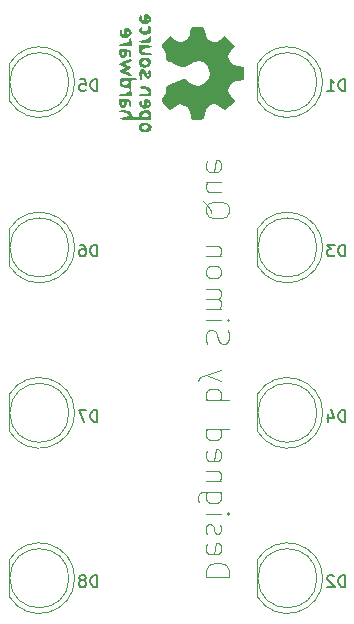
<source format=gbo>
G04 #@! TF.GenerationSoftware,KiCad,Pcbnew,8.0.5*
G04 #@! TF.CreationDate,2025-02-13T10:20:18+08:00*
G04 #@! TF.ProjectId,arduino_solar_bikelight_1,61726475-696e-46f5-9f73-6f6c61725f62,rev?*
G04 #@! TF.SameCoordinates,Original*
G04 #@! TF.FileFunction,Legend,Bot*
G04 #@! TF.FilePolarity,Positive*
%FSLAX46Y46*%
G04 Gerber Fmt 4.6, Leading zero omitted, Abs format (unit mm)*
G04 Created by KiCad (PCBNEW 8.0.5) date 2025-02-13 10:20:18*
%MOMM*%
%LPD*%
G01*
G04 APERTURE LIST*
G04 Aperture macros list*
%AMRoundRect*
0 Rectangle with rounded corners*
0 $1 Rounding radius*
0 $2 $3 $4 $5 $6 $7 $8 $9 X,Y pos of 4 corners*
0 Add a 4 corners polygon primitive as box body*
4,1,4,$2,$3,$4,$5,$6,$7,$8,$9,$2,$3,0*
0 Add four circle primitives for the rounded corners*
1,1,$1+$1,$2,$3*
1,1,$1+$1,$4,$5*
1,1,$1+$1,$6,$7*
1,1,$1+$1,$8,$9*
0 Add four rect primitives between the rounded corners*
20,1,$1+$1,$2,$3,$4,$5,0*
20,1,$1+$1,$4,$5,$6,$7,0*
20,1,$1+$1,$6,$7,$8,$9,0*
20,1,$1+$1,$8,$9,$2,$3,0*%
G04 Aperture macros list end*
%ADD10C,0.100000*%
%ADD11C,0.150000*%
%ADD12C,0.120000*%
%ADD13C,0.000000*%
%ADD14C,1.500000*%
%ADD15C,3.200000*%
%ADD16R,1.600000X1.600000*%
%ADD17O,1.600000X1.600000*%
%ADD18C,1.200000*%
%ADD19RoundRect,0.250000X-0.750000X0.600000X-0.750000X-0.600000X0.750000X-0.600000X0.750000X0.600000X0*%
%ADD20O,2.000000X1.700000*%
%ADD21C,1.800000*%
%ADD22O,1.700000X2.900000*%
%ADD23R,1.700000X1.700000*%
%ADD24O,1.700000X1.700000*%
%ADD25R,1.800000X1.800000*%
G04 APERTURE END LIST*
D10*
X165794961Y-107953020D02*
X167794961Y-107953020D01*
X167794961Y-107953020D02*
X167794961Y-107476830D01*
X167794961Y-107476830D02*
X167699723Y-107191115D01*
X167699723Y-107191115D02*
X167509247Y-107000639D01*
X167509247Y-107000639D02*
X167318771Y-106905401D01*
X167318771Y-106905401D02*
X166937819Y-106810163D01*
X166937819Y-106810163D02*
X166652104Y-106810163D01*
X166652104Y-106810163D02*
X166271152Y-106905401D01*
X166271152Y-106905401D02*
X166080676Y-107000639D01*
X166080676Y-107000639D02*
X165890200Y-107191115D01*
X165890200Y-107191115D02*
X165794961Y-107476830D01*
X165794961Y-107476830D02*
X165794961Y-107953020D01*
X165890200Y-105191115D02*
X165794961Y-105381591D01*
X165794961Y-105381591D02*
X165794961Y-105762544D01*
X165794961Y-105762544D02*
X165890200Y-105953020D01*
X165890200Y-105953020D02*
X166080676Y-106048258D01*
X166080676Y-106048258D02*
X166842580Y-106048258D01*
X166842580Y-106048258D02*
X167033057Y-105953020D01*
X167033057Y-105953020D02*
X167128295Y-105762544D01*
X167128295Y-105762544D02*
X167128295Y-105381591D01*
X167128295Y-105381591D02*
X167033057Y-105191115D01*
X167033057Y-105191115D02*
X166842580Y-105095877D01*
X166842580Y-105095877D02*
X166652104Y-105095877D01*
X166652104Y-105095877D02*
X166461628Y-106048258D01*
X165890200Y-104333972D02*
X165794961Y-104143496D01*
X165794961Y-104143496D02*
X165794961Y-103762544D01*
X165794961Y-103762544D02*
X165890200Y-103572067D01*
X165890200Y-103572067D02*
X166080676Y-103476829D01*
X166080676Y-103476829D02*
X166175914Y-103476829D01*
X166175914Y-103476829D02*
X166366390Y-103572067D01*
X166366390Y-103572067D02*
X166461628Y-103762544D01*
X166461628Y-103762544D02*
X166461628Y-104048258D01*
X166461628Y-104048258D02*
X166556866Y-104238734D01*
X166556866Y-104238734D02*
X166747342Y-104333972D01*
X166747342Y-104333972D02*
X166842580Y-104333972D01*
X166842580Y-104333972D02*
X167033057Y-104238734D01*
X167033057Y-104238734D02*
X167128295Y-104048258D01*
X167128295Y-104048258D02*
X167128295Y-103762544D01*
X167128295Y-103762544D02*
X167033057Y-103572067D01*
X165794961Y-102619686D02*
X167128295Y-102619686D01*
X167794961Y-102619686D02*
X167699723Y-102714924D01*
X167699723Y-102714924D02*
X167604485Y-102619686D01*
X167604485Y-102619686D02*
X167699723Y-102524448D01*
X167699723Y-102524448D02*
X167794961Y-102619686D01*
X167794961Y-102619686D02*
X167604485Y-102619686D01*
X167128295Y-100810162D02*
X165509247Y-100810162D01*
X165509247Y-100810162D02*
X165318771Y-100905400D01*
X165318771Y-100905400D02*
X165223533Y-101000638D01*
X165223533Y-101000638D02*
X165128295Y-101191115D01*
X165128295Y-101191115D02*
X165128295Y-101476829D01*
X165128295Y-101476829D02*
X165223533Y-101667305D01*
X165890200Y-100810162D02*
X165794961Y-101000638D01*
X165794961Y-101000638D02*
X165794961Y-101381591D01*
X165794961Y-101381591D02*
X165890200Y-101572067D01*
X165890200Y-101572067D02*
X165985438Y-101667305D01*
X165985438Y-101667305D02*
X166175914Y-101762543D01*
X166175914Y-101762543D02*
X166747342Y-101762543D01*
X166747342Y-101762543D02*
X166937819Y-101667305D01*
X166937819Y-101667305D02*
X167033057Y-101572067D01*
X167033057Y-101572067D02*
X167128295Y-101381591D01*
X167128295Y-101381591D02*
X167128295Y-101000638D01*
X167128295Y-101000638D02*
X167033057Y-100810162D01*
X167128295Y-99857781D02*
X165794961Y-99857781D01*
X166937819Y-99857781D02*
X167033057Y-99762543D01*
X167033057Y-99762543D02*
X167128295Y-99572067D01*
X167128295Y-99572067D02*
X167128295Y-99286352D01*
X167128295Y-99286352D02*
X167033057Y-99095876D01*
X167033057Y-99095876D02*
X166842580Y-99000638D01*
X166842580Y-99000638D02*
X165794961Y-99000638D01*
X165890200Y-97286352D02*
X165794961Y-97476828D01*
X165794961Y-97476828D02*
X165794961Y-97857781D01*
X165794961Y-97857781D02*
X165890200Y-98048257D01*
X165890200Y-98048257D02*
X166080676Y-98143495D01*
X166080676Y-98143495D02*
X166842580Y-98143495D01*
X166842580Y-98143495D02*
X167033057Y-98048257D01*
X167033057Y-98048257D02*
X167128295Y-97857781D01*
X167128295Y-97857781D02*
X167128295Y-97476828D01*
X167128295Y-97476828D02*
X167033057Y-97286352D01*
X167033057Y-97286352D02*
X166842580Y-97191114D01*
X166842580Y-97191114D02*
X166652104Y-97191114D01*
X166652104Y-97191114D02*
X166461628Y-98143495D01*
X165794961Y-95476828D02*
X167794961Y-95476828D01*
X165890200Y-95476828D02*
X165794961Y-95667304D01*
X165794961Y-95667304D02*
X165794961Y-96048257D01*
X165794961Y-96048257D02*
X165890200Y-96238733D01*
X165890200Y-96238733D02*
X165985438Y-96333971D01*
X165985438Y-96333971D02*
X166175914Y-96429209D01*
X166175914Y-96429209D02*
X166747342Y-96429209D01*
X166747342Y-96429209D02*
X166937819Y-96333971D01*
X166937819Y-96333971D02*
X167033057Y-96238733D01*
X167033057Y-96238733D02*
X167128295Y-96048257D01*
X167128295Y-96048257D02*
X167128295Y-95667304D01*
X167128295Y-95667304D02*
X167033057Y-95476828D01*
X165794961Y-93000637D02*
X167794961Y-93000637D01*
X167033057Y-93000637D02*
X167128295Y-92810161D01*
X167128295Y-92810161D02*
X167128295Y-92429208D01*
X167128295Y-92429208D02*
X167033057Y-92238732D01*
X167033057Y-92238732D02*
X166937819Y-92143494D01*
X166937819Y-92143494D02*
X166747342Y-92048256D01*
X166747342Y-92048256D02*
X166175914Y-92048256D01*
X166175914Y-92048256D02*
X165985438Y-92143494D01*
X165985438Y-92143494D02*
X165890200Y-92238732D01*
X165890200Y-92238732D02*
X165794961Y-92429208D01*
X165794961Y-92429208D02*
X165794961Y-92810161D01*
X165794961Y-92810161D02*
X165890200Y-93000637D01*
X167128295Y-91381589D02*
X165794961Y-90905399D01*
X167128295Y-90429208D02*
X165794961Y-90905399D01*
X165794961Y-90905399D02*
X165318771Y-91095875D01*
X165318771Y-91095875D02*
X165223533Y-91191113D01*
X165223533Y-91191113D02*
X165128295Y-91381589D01*
X165890200Y-88238731D02*
X165794961Y-87953017D01*
X165794961Y-87953017D02*
X165794961Y-87476826D01*
X165794961Y-87476826D02*
X165890200Y-87286350D01*
X165890200Y-87286350D02*
X165985438Y-87191112D01*
X165985438Y-87191112D02*
X166175914Y-87095874D01*
X166175914Y-87095874D02*
X166366390Y-87095874D01*
X166366390Y-87095874D02*
X166556866Y-87191112D01*
X166556866Y-87191112D02*
X166652104Y-87286350D01*
X166652104Y-87286350D02*
X166747342Y-87476826D01*
X166747342Y-87476826D02*
X166842580Y-87857779D01*
X166842580Y-87857779D02*
X166937819Y-88048255D01*
X166937819Y-88048255D02*
X167033057Y-88143493D01*
X167033057Y-88143493D02*
X167223533Y-88238731D01*
X167223533Y-88238731D02*
X167414009Y-88238731D01*
X167414009Y-88238731D02*
X167604485Y-88143493D01*
X167604485Y-88143493D02*
X167699723Y-88048255D01*
X167699723Y-88048255D02*
X167794961Y-87857779D01*
X167794961Y-87857779D02*
X167794961Y-87381588D01*
X167794961Y-87381588D02*
X167699723Y-87095874D01*
X165794961Y-86238731D02*
X167128295Y-86238731D01*
X167794961Y-86238731D02*
X167699723Y-86333969D01*
X167699723Y-86333969D02*
X167604485Y-86238731D01*
X167604485Y-86238731D02*
X167699723Y-86143493D01*
X167699723Y-86143493D02*
X167794961Y-86238731D01*
X167794961Y-86238731D02*
X167604485Y-86238731D01*
X165794961Y-85286350D02*
X167128295Y-85286350D01*
X166937819Y-85286350D02*
X167033057Y-85191112D01*
X167033057Y-85191112D02*
X167128295Y-85000636D01*
X167128295Y-85000636D02*
X167128295Y-84714921D01*
X167128295Y-84714921D02*
X167033057Y-84524445D01*
X167033057Y-84524445D02*
X166842580Y-84429207D01*
X166842580Y-84429207D02*
X165794961Y-84429207D01*
X166842580Y-84429207D02*
X167033057Y-84333969D01*
X167033057Y-84333969D02*
X167128295Y-84143493D01*
X167128295Y-84143493D02*
X167128295Y-83857779D01*
X167128295Y-83857779D02*
X167033057Y-83667302D01*
X167033057Y-83667302D02*
X166842580Y-83572064D01*
X166842580Y-83572064D02*
X165794961Y-83572064D01*
X165794961Y-82333969D02*
X165890200Y-82524445D01*
X165890200Y-82524445D02*
X165985438Y-82619683D01*
X165985438Y-82619683D02*
X166175914Y-82714921D01*
X166175914Y-82714921D02*
X166747342Y-82714921D01*
X166747342Y-82714921D02*
X166937819Y-82619683D01*
X166937819Y-82619683D02*
X167033057Y-82524445D01*
X167033057Y-82524445D02*
X167128295Y-82333969D01*
X167128295Y-82333969D02*
X167128295Y-82048254D01*
X167128295Y-82048254D02*
X167033057Y-81857778D01*
X167033057Y-81857778D02*
X166937819Y-81762540D01*
X166937819Y-81762540D02*
X166747342Y-81667302D01*
X166747342Y-81667302D02*
X166175914Y-81667302D01*
X166175914Y-81667302D02*
X165985438Y-81762540D01*
X165985438Y-81762540D02*
X165890200Y-81857778D01*
X165890200Y-81857778D02*
X165794961Y-82048254D01*
X165794961Y-82048254D02*
X165794961Y-82333969D01*
X167128295Y-80810159D02*
X165794961Y-80810159D01*
X166937819Y-80810159D02*
X167033057Y-80714921D01*
X167033057Y-80714921D02*
X167128295Y-80524445D01*
X167128295Y-80524445D02*
X167128295Y-80238730D01*
X167128295Y-80238730D02*
X167033057Y-80048254D01*
X167033057Y-80048254D02*
X166842580Y-79953016D01*
X166842580Y-79953016D02*
X165794961Y-79953016D01*
X165604485Y-76143492D02*
X165699723Y-76333968D01*
X165699723Y-76333968D02*
X165890200Y-76524444D01*
X165890200Y-76524444D02*
X166175914Y-76810158D01*
X166175914Y-76810158D02*
X166271152Y-77000635D01*
X166271152Y-77000635D02*
X166271152Y-77191111D01*
X165794961Y-77095873D02*
X165890200Y-77286349D01*
X165890200Y-77286349D02*
X166080676Y-77476825D01*
X166080676Y-77476825D02*
X166461628Y-77572063D01*
X166461628Y-77572063D02*
X167128295Y-77572063D01*
X167128295Y-77572063D02*
X167509247Y-77476825D01*
X167509247Y-77476825D02*
X167699723Y-77286349D01*
X167699723Y-77286349D02*
X167794961Y-77095873D01*
X167794961Y-77095873D02*
X167794961Y-76714920D01*
X167794961Y-76714920D02*
X167699723Y-76524444D01*
X167699723Y-76524444D02*
X167509247Y-76333968D01*
X167509247Y-76333968D02*
X167128295Y-76238730D01*
X167128295Y-76238730D02*
X166461628Y-76238730D01*
X166461628Y-76238730D02*
X166080676Y-76333968D01*
X166080676Y-76333968D02*
X165890200Y-76524444D01*
X165890200Y-76524444D02*
X165794961Y-76714920D01*
X165794961Y-76714920D02*
X165794961Y-77095873D01*
X167128295Y-74524444D02*
X165794961Y-74524444D01*
X167128295Y-75381587D02*
X166080676Y-75381587D01*
X166080676Y-75381587D02*
X165890200Y-75286349D01*
X165890200Y-75286349D02*
X165794961Y-75095873D01*
X165794961Y-75095873D02*
X165794961Y-74810158D01*
X165794961Y-74810158D02*
X165890200Y-74619682D01*
X165890200Y-74619682D02*
X165985438Y-74524444D01*
X165890200Y-72810158D02*
X165794961Y-73000634D01*
X165794961Y-73000634D02*
X165794961Y-73381587D01*
X165794961Y-73381587D02*
X165890200Y-73572063D01*
X165890200Y-73572063D02*
X166080676Y-73667301D01*
X166080676Y-73667301D02*
X166842580Y-73667301D01*
X166842580Y-73667301D02*
X167033057Y-73572063D01*
X167033057Y-73572063D02*
X167128295Y-73381587D01*
X167128295Y-73381587D02*
X167128295Y-73000634D01*
X167128295Y-73000634D02*
X167033057Y-72810158D01*
X167033057Y-72810158D02*
X166842580Y-72714920D01*
X166842580Y-72714920D02*
X166652104Y-72714920D01*
X166652104Y-72714920D02*
X166461628Y-73667301D01*
D11*
X156608094Y-94849819D02*
X156608094Y-93849819D01*
X156608094Y-93849819D02*
X156369999Y-93849819D01*
X156369999Y-93849819D02*
X156227142Y-93897438D01*
X156227142Y-93897438D02*
X156131904Y-93992676D01*
X156131904Y-93992676D02*
X156084285Y-94087914D01*
X156084285Y-94087914D02*
X156036666Y-94278390D01*
X156036666Y-94278390D02*
X156036666Y-94421247D01*
X156036666Y-94421247D02*
X156084285Y-94611723D01*
X156084285Y-94611723D02*
X156131904Y-94706961D01*
X156131904Y-94706961D02*
X156227142Y-94802200D01*
X156227142Y-94802200D02*
X156369999Y-94849819D01*
X156369999Y-94849819D02*
X156608094Y-94849819D01*
X155703332Y-93849819D02*
X155036666Y-93849819D01*
X155036666Y-93849819D02*
X155465237Y-94849819D01*
X177608094Y-94849819D02*
X177608094Y-93849819D01*
X177608094Y-93849819D02*
X177369999Y-93849819D01*
X177369999Y-93849819D02*
X177227142Y-93897438D01*
X177227142Y-93897438D02*
X177131904Y-93992676D01*
X177131904Y-93992676D02*
X177084285Y-94087914D01*
X177084285Y-94087914D02*
X177036666Y-94278390D01*
X177036666Y-94278390D02*
X177036666Y-94421247D01*
X177036666Y-94421247D02*
X177084285Y-94611723D01*
X177084285Y-94611723D02*
X177131904Y-94706961D01*
X177131904Y-94706961D02*
X177227142Y-94802200D01*
X177227142Y-94802200D02*
X177369999Y-94849819D01*
X177369999Y-94849819D02*
X177608094Y-94849819D01*
X176179523Y-94183152D02*
X176179523Y-94849819D01*
X176417618Y-93802200D02*
X176655713Y-94516485D01*
X176655713Y-94516485D02*
X176036666Y-94516485D01*
X177608094Y-108849819D02*
X177608094Y-107849819D01*
X177608094Y-107849819D02*
X177369999Y-107849819D01*
X177369999Y-107849819D02*
X177227142Y-107897438D01*
X177227142Y-107897438D02*
X177131904Y-107992676D01*
X177131904Y-107992676D02*
X177084285Y-108087914D01*
X177084285Y-108087914D02*
X177036666Y-108278390D01*
X177036666Y-108278390D02*
X177036666Y-108421247D01*
X177036666Y-108421247D02*
X177084285Y-108611723D01*
X177084285Y-108611723D02*
X177131904Y-108706961D01*
X177131904Y-108706961D02*
X177227142Y-108802200D01*
X177227142Y-108802200D02*
X177369999Y-108849819D01*
X177369999Y-108849819D02*
X177608094Y-108849819D01*
X176655713Y-107945057D02*
X176608094Y-107897438D01*
X176608094Y-107897438D02*
X176512856Y-107849819D01*
X176512856Y-107849819D02*
X176274761Y-107849819D01*
X176274761Y-107849819D02*
X176179523Y-107897438D01*
X176179523Y-107897438D02*
X176131904Y-107945057D01*
X176131904Y-107945057D02*
X176084285Y-108040295D01*
X176084285Y-108040295D02*
X176084285Y-108135533D01*
X176084285Y-108135533D02*
X176131904Y-108278390D01*
X176131904Y-108278390D02*
X176703332Y-108849819D01*
X176703332Y-108849819D02*
X176084285Y-108849819D01*
X156608094Y-80849819D02*
X156608094Y-79849819D01*
X156608094Y-79849819D02*
X156369999Y-79849819D01*
X156369999Y-79849819D02*
X156227142Y-79897438D01*
X156227142Y-79897438D02*
X156131904Y-79992676D01*
X156131904Y-79992676D02*
X156084285Y-80087914D01*
X156084285Y-80087914D02*
X156036666Y-80278390D01*
X156036666Y-80278390D02*
X156036666Y-80421247D01*
X156036666Y-80421247D02*
X156084285Y-80611723D01*
X156084285Y-80611723D02*
X156131904Y-80706961D01*
X156131904Y-80706961D02*
X156227142Y-80802200D01*
X156227142Y-80802200D02*
X156369999Y-80849819D01*
X156369999Y-80849819D02*
X156608094Y-80849819D01*
X155179523Y-79849819D02*
X155369999Y-79849819D01*
X155369999Y-79849819D02*
X155465237Y-79897438D01*
X155465237Y-79897438D02*
X155512856Y-79945057D01*
X155512856Y-79945057D02*
X155608094Y-80087914D01*
X155608094Y-80087914D02*
X155655713Y-80278390D01*
X155655713Y-80278390D02*
X155655713Y-80659342D01*
X155655713Y-80659342D02*
X155608094Y-80754580D01*
X155608094Y-80754580D02*
X155560475Y-80802200D01*
X155560475Y-80802200D02*
X155465237Y-80849819D01*
X155465237Y-80849819D02*
X155274761Y-80849819D01*
X155274761Y-80849819D02*
X155179523Y-80802200D01*
X155179523Y-80802200D02*
X155131904Y-80754580D01*
X155131904Y-80754580D02*
X155084285Y-80659342D01*
X155084285Y-80659342D02*
X155084285Y-80421247D01*
X155084285Y-80421247D02*
X155131904Y-80326009D01*
X155131904Y-80326009D02*
X155179523Y-80278390D01*
X155179523Y-80278390D02*
X155274761Y-80230771D01*
X155274761Y-80230771D02*
X155465237Y-80230771D01*
X155465237Y-80230771D02*
X155560475Y-80278390D01*
X155560475Y-80278390D02*
X155608094Y-80326009D01*
X155608094Y-80326009D02*
X155655713Y-80421247D01*
X156608094Y-108849819D02*
X156608094Y-107849819D01*
X156608094Y-107849819D02*
X156369999Y-107849819D01*
X156369999Y-107849819D02*
X156227142Y-107897438D01*
X156227142Y-107897438D02*
X156131904Y-107992676D01*
X156131904Y-107992676D02*
X156084285Y-108087914D01*
X156084285Y-108087914D02*
X156036666Y-108278390D01*
X156036666Y-108278390D02*
X156036666Y-108421247D01*
X156036666Y-108421247D02*
X156084285Y-108611723D01*
X156084285Y-108611723D02*
X156131904Y-108706961D01*
X156131904Y-108706961D02*
X156227142Y-108802200D01*
X156227142Y-108802200D02*
X156369999Y-108849819D01*
X156369999Y-108849819D02*
X156608094Y-108849819D01*
X155465237Y-108278390D02*
X155560475Y-108230771D01*
X155560475Y-108230771D02*
X155608094Y-108183152D01*
X155608094Y-108183152D02*
X155655713Y-108087914D01*
X155655713Y-108087914D02*
X155655713Y-108040295D01*
X155655713Y-108040295D02*
X155608094Y-107945057D01*
X155608094Y-107945057D02*
X155560475Y-107897438D01*
X155560475Y-107897438D02*
X155465237Y-107849819D01*
X155465237Y-107849819D02*
X155274761Y-107849819D01*
X155274761Y-107849819D02*
X155179523Y-107897438D01*
X155179523Y-107897438D02*
X155131904Y-107945057D01*
X155131904Y-107945057D02*
X155084285Y-108040295D01*
X155084285Y-108040295D02*
X155084285Y-108087914D01*
X155084285Y-108087914D02*
X155131904Y-108183152D01*
X155131904Y-108183152D02*
X155179523Y-108230771D01*
X155179523Y-108230771D02*
X155274761Y-108278390D01*
X155274761Y-108278390D02*
X155465237Y-108278390D01*
X155465237Y-108278390D02*
X155560475Y-108326009D01*
X155560475Y-108326009D02*
X155608094Y-108373628D01*
X155608094Y-108373628D02*
X155655713Y-108468866D01*
X155655713Y-108468866D02*
X155655713Y-108659342D01*
X155655713Y-108659342D02*
X155608094Y-108754580D01*
X155608094Y-108754580D02*
X155560475Y-108802200D01*
X155560475Y-108802200D02*
X155465237Y-108849819D01*
X155465237Y-108849819D02*
X155274761Y-108849819D01*
X155274761Y-108849819D02*
X155179523Y-108802200D01*
X155179523Y-108802200D02*
X155131904Y-108754580D01*
X155131904Y-108754580D02*
X155084285Y-108659342D01*
X155084285Y-108659342D02*
X155084285Y-108468866D01*
X155084285Y-108468866D02*
X155131904Y-108373628D01*
X155131904Y-108373628D02*
X155179523Y-108326009D01*
X155179523Y-108326009D02*
X155274761Y-108278390D01*
X177608094Y-66849819D02*
X177608094Y-65849819D01*
X177608094Y-65849819D02*
X177369999Y-65849819D01*
X177369999Y-65849819D02*
X177227142Y-65897438D01*
X177227142Y-65897438D02*
X177131904Y-65992676D01*
X177131904Y-65992676D02*
X177084285Y-66087914D01*
X177084285Y-66087914D02*
X177036666Y-66278390D01*
X177036666Y-66278390D02*
X177036666Y-66421247D01*
X177036666Y-66421247D02*
X177084285Y-66611723D01*
X177084285Y-66611723D02*
X177131904Y-66706961D01*
X177131904Y-66706961D02*
X177227142Y-66802200D01*
X177227142Y-66802200D02*
X177369999Y-66849819D01*
X177369999Y-66849819D02*
X177608094Y-66849819D01*
X176084285Y-66849819D02*
X176655713Y-66849819D01*
X176369999Y-66849819D02*
X176369999Y-65849819D01*
X176369999Y-65849819D02*
X176465237Y-65992676D01*
X176465237Y-65992676D02*
X176560475Y-66087914D01*
X176560475Y-66087914D02*
X176655713Y-66135533D01*
X177608094Y-80849819D02*
X177608094Y-79849819D01*
X177608094Y-79849819D02*
X177369999Y-79849819D01*
X177369999Y-79849819D02*
X177227142Y-79897438D01*
X177227142Y-79897438D02*
X177131904Y-79992676D01*
X177131904Y-79992676D02*
X177084285Y-80087914D01*
X177084285Y-80087914D02*
X177036666Y-80278390D01*
X177036666Y-80278390D02*
X177036666Y-80421247D01*
X177036666Y-80421247D02*
X177084285Y-80611723D01*
X177084285Y-80611723D02*
X177131904Y-80706961D01*
X177131904Y-80706961D02*
X177227142Y-80802200D01*
X177227142Y-80802200D02*
X177369999Y-80849819D01*
X177369999Y-80849819D02*
X177608094Y-80849819D01*
X176703332Y-79849819D02*
X176084285Y-79849819D01*
X176084285Y-79849819D02*
X176417618Y-80230771D01*
X176417618Y-80230771D02*
X176274761Y-80230771D01*
X176274761Y-80230771D02*
X176179523Y-80278390D01*
X176179523Y-80278390D02*
X176131904Y-80326009D01*
X176131904Y-80326009D02*
X176084285Y-80421247D01*
X176084285Y-80421247D02*
X176084285Y-80659342D01*
X176084285Y-80659342D02*
X176131904Y-80754580D01*
X176131904Y-80754580D02*
X176179523Y-80802200D01*
X176179523Y-80802200D02*
X176274761Y-80849819D01*
X176274761Y-80849819D02*
X176560475Y-80849819D01*
X176560475Y-80849819D02*
X176655713Y-80802200D01*
X176655713Y-80802200D02*
X176703332Y-80754580D01*
X156608094Y-66849819D02*
X156608094Y-65849819D01*
X156608094Y-65849819D02*
X156369999Y-65849819D01*
X156369999Y-65849819D02*
X156227142Y-65897438D01*
X156227142Y-65897438D02*
X156131904Y-65992676D01*
X156131904Y-65992676D02*
X156084285Y-66087914D01*
X156084285Y-66087914D02*
X156036666Y-66278390D01*
X156036666Y-66278390D02*
X156036666Y-66421247D01*
X156036666Y-66421247D02*
X156084285Y-66611723D01*
X156084285Y-66611723D02*
X156131904Y-66706961D01*
X156131904Y-66706961D02*
X156227142Y-66802200D01*
X156227142Y-66802200D02*
X156369999Y-66849819D01*
X156369999Y-66849819D02*
X156608094Y-66849819D01*
X155131904Y-65849819D02*
X155608094Y-65849819D01*
X155608094Y-65849819D02*
X155655713Y-66326009D01*
X155655713Y-66326009D02*
X155608094Y-66278390D01*
X155608094Y-66278390D02*
X155512856Y-66230771D01*
X155512856Y-66230771D02*
X155274761Y-66230771D01*
X155274761Y-66230771D02*
X155179523Y-66278390D01*
X155179523Y-66278390D02*
X155131904Y-66326009D01*
X155131904Y-66326009D02*
X155084285Y-66421247D01*
X155084285Y-66421247D02*
X155084285Y-66659342D01*
X155084285Y-66659342D02*
X155131904Y-66754580D01*
X155131904Y-66754580D02*
X155179523Y-66802200D01*
X155179523Y-66802200D02*
X155274761Y-66849819D01*
X155274761Y-66849819D02*
X155512856Y-66849819D01*
X155512856Y-66849819D02*
X155608094Y-66802200D01*
X155608094Y-66802200D02*
X155655713Y-66754580D01*
D12*
X149155000Y-92550000D02*
X149155000Y-95640000D01*
X149155000Y-92550170D02*
G75*
G02*
X154705000Y-94095462I2560000J-1544830D01*
G01*
X154705000Y-94094538D02*
G75*
G02*
X149155000Y-95639830I-2990000J-462D01*
G01*
X154215000Y-94095000D02*
G75*
G02*
X149215000Y-94095000I-2500000J0D01*
G01*
X149215000Y-94095000D02*
G75*
G02*
X154215000Y-94095000I2500000J0D01*
G01*
X170155000Y-92550000D02*
X170155000Y-95640000D01*
X170155000Y-92550170D02*
G75*
G02*
X175705000Y-94095462I2560000J-1544830D01*
G01*
X175705000Y-94094538D02*
G75*
G02*
X170155000Y-95639830I-2990000J-462D01*
G01*
X175215000Y-94095000D02*
G75*
G02*
X170215000Y-94095000I-2500000J0D01*
G01*
X170215000Y-94095000D02*
G75*
G02*
X175215000Y-94095000I2500000J0D01*
G01*
X170155000Y-106550000D02*
X170155000Y-109640000D01*
X170155000Y-106550170D02*
G75*
G02*
X175705000Y-108095462I2560000J-1544830D01*
G01*
X175705000Y-108094538D02*
G75*
G02*
X170155000Y-109639830I-2990000J-462D01*
G01*
X175215000Y-108095000D02*
G75*
G02*
X170215000Y-108095000I-2500000J0D01*
G01*
X170215000Y-108095000D02*
G75*
G02*
X175215000Y-108095000I2500000J0D01*
G01*
X149155000Y-78550000D02*
X149155000Y-81640000D01*
X149155000Y-78550170D02*
G75*
G02*
X154705000Y-80095462I2560000J-1544830D01*
G01*
X154705000Y-80094538D02*
G75*
G02*
X149155000Y-81639830I-2990000J-462D01*
G01*
X154215000Y-80095000D02*
G75*
G02*
X149215000Y-80095000I-2500000J0D01*
G01*
X149215000Y-80095000D02*
G75*
G02*
X154215000Y-80095000I2500000J0D01*
G01*
X149155000Y-106550000D02*
X149155000Y-109640000D01*
X149155000Y-106550170D02*
G75*
G02*
X154705000Y-108095462I2560000J-1544830D01*
G01*
X154705000Y-108094538D02*
G75*
G02*
X149155000Y-109639830I-2990000J-462D01*
G01*
X154215000Y-108095000D02*
G75*
G02*
X149215000Y-108095000I-2500000J0D01*
G01*
X149215000Y-108095000D02*
G75*
G02*
X154215000Y-108095000I2500000J0D01*
G01*
X170155000Y-64550000D02*
X170155000Y-67640000D01*
X170155000Y-64550170D02*
G75*
G02*
X175705000Y-66095462I2560000J-1544830D01*
G01*
X175705000Y-66094538D02*
G75*
G02*
X170155000Y-67639830I-2990000J-462D01*
G01*
X175215000Y-66095000D02*
G75*
G02*
X170215000Y-66095000I-2500000J0D01*
G01*
X170215000Y-66095000D02*
G75*
G02*
X175215000Y-66095000I2500000J0D01*
G01*
D13*
G36*
X159504268Y-62461417D02*
G01*
X159529232Y-62701228D01*
X159529232Y-63076327D01*
X158993479Y-63076327D01*
X158813802Y-63068846D01*
X158560417Y-63012933D01*
X158491460Y-62926681D01*
X158613065Y-62839333D01*
X158931363Y-62780131D01*
X158945349Y-62778889D01*
X159219895Y-62715809D01*
X159318444Y-62601911D01*
X159325772Y-62544209D01*
X159423838Y-62391265D01*
X159438225Y-62385141D01*
X159504268Y-62461417D01*
G37*
G36*
X161165315Y-62206930D02*
G01*
X161192636Y-62437467D01*
X161183590Y-62586821D01*
X161130273Y-62706370D01*
X160978663Y-62752516D01*
X160672530Y-62760145D01*
X160520438Y-62755770D01*
X160258931Y-62714641D01*
X160170347Y-62648279D01*
X160265905Y-62579063D01*
X160556826Y-62529370D01*
X160564825Y-62528690D01*
X160852282Y-62465634D01*
X160952054Y-62347351D01*
X160962726Y-62283569D01*
X161076932Y-62156416D01*
X161165315Y-62206930D01*
G37*
G36*
X161092315Y-61311827D02*
G01*
X161188130Y-61482398D01*
X161171159Y-61763285D01*
X161151665Y-61822071D01*
X160969149Y-62027094D01*
X160687227Y-62102146D01*
X160375886Y-62024259D01*
X160229501Y-61899988D01*
X160181630Y-61643140D01*
X160229225Y-61477288D01*
X160319689Y-61402898D01*
X160373658Y-61450420D01*
X160390794Y-61624730D01*
X160383608Y-61698890D01*
X160443647Y-61792331D01*
X160654279Y-61793015D01*
X160736992Y-61780952D01*
X160901503Y-61701484D01*
X160926948Y-61521763D01*
X160933056Y-61372786D01*
X160999774Y-61284626D01*
X161092315Y-61311827D01*
G37*
G36*
X160878391Y-62978046D02*
G01*
X161120751Y-63016206D01*
X161215539Y-63076327D01*
X161154580Y-63144535D01*
X160960674Y-63181722D01*
X160737609Y-63197132D01*
X160468650Y-63290503D01*
X160372386Y-63456483D01*
X160374757Y-63478931D01*
X160491083Y-63573133D01*
X160793963Y-63603298D01*
X160888463Y-63605986D01*
X161122039Y-63642694D01*
X161215539Y-63708692D01*
X161125052Y-63767462D01*
X160902812Y-63803489D01*
X160627444Y-63813431D01*
X160377583Y-63794478D01*
X160231860Y-63743824D01*
X160227711Y-63739065D01*
X160180879Y-63582667D01*
X160161597Y-63322247D01*
X160161597Y-62970933D01*
X160688568Y-62970933D01*
X160878391Y-62978046D01*
G37*
G36*
X160913676Y-64066581D02*
G01*
X161151007Y-64262012D01*
X161203587Y-64443798D01*
X161117996Y-64651751D01*
X160908446Y-64806498D01*
X160706134Y-64855499D01*
X160623266Y-64875570D01*
X160310786Y-64826499D01*
X160206563Y-64697089D01*
X160163968Y-64464706D01*
X160389229Y-64464706D01*
X160468662Y-64597814D01*
X160706134Y-64657240D01*
X160826834Y-64622176D01*
X160899357Y-64439122D01*
X160851425Y-64277584D01*
X160670475Y-64254682D01*
X160473837Y-64325675D01*
X160389229Y-64464706D01*
X160163968Y-64464706D01*
X160161597Y-64451768D01*
X160163380Y-64381831D01*
X160226927Y-64169973D01*
X160416747Y-64070247D01*
X160554869Y-64042491D01*
X160913676Y-64066581D01*
G37*
G36*
X160817369Y-69573118D02*
G01*
X161094914Y-69680675D01*
X161214671Y-69869077D01*
X161151007Y-70111390D01*
X161084293Y-70196722D01*
X160808763Y-70333494D01*
X160615597Y-70318005D01*
X160410339Y-70301546D01*
X160290116Y-70261470D01*
X160185357Y-70142504D01*
X160182834Y-69980310D01*
X160397030Y-69980310D01*
X160516666Y-70094325D01*
X160615597Y-70118618D01*
X160817721Y-70060069D01*
X160899357Y-69860702D01*
X160860364Y-69764414D01*
X160670475Y-69735180D01*
X160625403Y-69743813D01*
X160442296Y-69842410D01*
X160397030Y-69980310D01*
X160182834Y-69980310D01*
X160181538Y-69896985D01*
X160187123Y-69842800D01*
X160233349Y-69650668D01*
X160356923Y-69572732D01*
X160624385Y-69558070D01*
X160817369Y-69573118D01*
G37*
G36*
X160686655Y-66458246D02*
G01*
X160933448Y-66501131D01*
X161085632Y-66580684D01*
X161155066Y-66738022D01*
X161190757Y-67002261D01*
X161185436Y-67125291D01*
X161134367Y-67238601D01*
X160982704Y-67283882D01*
X160675394Y-67292095D01*
X160497660Y-67285556D01*
X160256248Y-67247472D01*
X160161597Y-67186701D01*
X160163182Y-67176688D01*
X160276163Y-67109003D01*
X160512911Y-67081307D01*
X160533938Y-67081184D01*
X160789626Y-67059547D01*
X160933574Y-67011958D01*
X160964816Y-66949192D01*
X160897897Y-66817124D01*
X160712126Y-66706264D01*
X160464875Y-66659730D01*
X160252877Y-66629524D01*
X160161597Y-66554336D01*
X160223776Y-66491446D01*
X160423886Y-66454270D01*
X160686655Y-66458246D01*
G37*
G36*
X160532416Y-65020768D02*
G01*
X160716406Y-65175081D01*
X160793963Y-65414125D01*
X160815201Y-65523239D01*
X160903644Y-65550441D01*
X160954747Y-65475248D01*
X160949239Y-65280736D01*
X160932109Y-65160561D01*
X160991429Y-65078817D01*
X161088978Y-65105788D01*
X161187926Y-65276877D01*
X161169039Y-65565923D01*
X161075017Y-65734873D01*
X160891362Y-65809274D01*
X160707477Y-65738081D01*
X160602193Y-65526742D01*
X160558180Y-65379246D01*
X160462907Y-65289605D01*
X160400952Y-65342378D01*
X160376509Y-65526742D01*
X160386542Y-65799873D01*
X160352086Y-65900743D01*
X160266992Y-65816576D01*
X160205627Y-65682859D01*
X160165585Y-65407039D01*
X160206031Y-65153606D01*
X160321031Y-65011021D01*
X160532416Y-65020768D01*
G37*
G36*
X158975913Y-67523457D02*
G01*
X159182706Y-67539383D01*
X159386466Y-67584692D01*
X159475563Y-67690329D01*
X159509561Y-67898112D01*
X159511573Y-67921513D01*
X159498806Y-68148967D01*
X159430516Y-68240643D01*
X159356789Y-68175188D01*
X159318444Y-67977157D01*
X159292277Y-67803866D01*
X159213050Y-67713672D01*
X159145197Y-67773274D01*
X159107656Y-67965881D01*
X159069560Y-68143116D01*
X158896655Y-68294530D01*
X158791473Y-68288228D01*
X158633382Y-68278756D01*
X158521238Y-68146949D01*
X158476993Y-67865543D01*
X158686079Y-67865543D01*
X158694497Y-67930059D01*
X158791473Y-68082551D01*
X158856295Y-68076411D01*
X158896867Y-67930680D01*
X158876276Y-67802210D01*
X158791473Y-67713672D01*
X158745007Y-67729327D01*
X158686079Y-67865543D01*
X158476993Y-67865543D01*
X158475290Y-67854712D01*
X158475290Y-67491334D01*
X158975913Y-67523457D01*
G37*
G36*
X159273512Y-61533878D02*
G01*
X159470939Y-61688247D01*
X159527695Y-61929568D01*
X159419024Y-62186278D01*
X159373659Y-62229361D01*
X159139742Y-62318463D01*
X159124659Y-62324208D01*
X158829107Y-62317895D01*
X158597234Y-62207566D01*
X158523662Y-62071229D01*
X158498800Y-61860057D01*
X158537144Y-61678449D01*
X158633382Y-61613687D01*
X158686324Y-61657476D01*
X158705802Y-61827752D01*
X158706872Y-61937602D01*
X158784848Y-62022385D01*
X158859444Y-61953256D01*
X158866184Y-61916991D01*
X159107656Y-61916991D01*
X159108425Y-61967718D01*
X159139742Y-62095343D01*
X159234129Y-62043464D01*
X159306334Y-61933938D01*
X159234129Y-61790518D01*
X159208380Y-61766309D01*
X159128910Y-61749471D01*
X159107656Y-61916991D01*
X158866184Y-61916991D01*
X158896867Y-61751899D01*
X158902879Y-61636265D01*
X158976454Y-61518920D01*
X159186701Y-61514762D01*
X159273512Y-61533878D01*
G37*
G36*
X160850420Y-67509053D02*
G01*
X161079627Y-67622521D01*
X161197691Y-67827109D01*
X161182435Y-68054639D01*
X161011680Y-68236935D01*
X160899357Y-68286047D01*
X160873493Y-68297356D01*
X160542001Y-68335622D01*
X160283541Y-68215034D01*
X160209969Y-68078698D01*
X160185107Y-67867526D01*
X160223451Y-67685918D01*
X160319689Y-67621155D01*
X160371213Y-67660562D01*
X160393691Y-67825884D01*
X160393305Y-67930498D01*
X160472737Y-68079435D01*
X160473988Y-68080194D01*
X160553731Y-68041471D01*
X160577691Y-67865543D01*
X160793963Y-67865543D01*
X160806861Y-67944067D01*
X160899357Y-68029854D01*
X160924362Y-68027016D01*
X161004751Y-67930680D01*
X161000731Y-67901111D01*
X160899357Y-67766369D01*
X160845057Y-67756454D01*
X160793963Y-67865543D01*
X160577691Y-67865543D01*
X160583174Y-67825286D01*
X160584073Y-67772061D01*
X160632296Y-67562747D01*
X160772884Y-67502883D01*
X160850420Y-67509053D01*
G37*
G36*
X160832008Y-60358911D02*
G01*
X161081033Y-60484123D01*
X161200181Y-60700549D01*
X161151007Y-60942095D01*
X161089404Y-61022012D01*
X160826049Y-61157379D01*
X160814058Y-61163543D01*
X160416747Y-61133860D01*
X160375204Y-61122241D01*
X160206958Y-61005450D01*
X160161597Y-60761867D01*
X160190863Y-60531349D01*
X160266992Y-60388775D01*
X160338224Y-60411691D01*
X160372386Y-60587124D01*
X160396925Y-60770827D01*
X160477780Y-60915746D01*
X160483042Y-60918663D01*
X160555193Y-60866017D01*
X160569304Y-60757655D01*
X160793963Y-60757655D01*
X160794732Y-60808382D01*
X160826049Y-60936007D01*
X160920436Y-60884128D01*
X160992641Y-60774601D01*
X160920436Y-60631182D01*
X160894688Y-60606972D01*
X160815217Y-60590135D01*
X160793963Y-60757655D01*
X160569304Y-60757655D01*
X160583174Y-60651151D01*
X160589907Y-60497646D01*
X160650699Y-60365165D01*
X160809548Y-60355097D01*
X160832008Y-60358911D01*
G37*
G36*
X158975913Y-63307690D02*
G01*
X159061061Y-63313668D01*
X159331317Y-63352667D01*
X159462135Y-63434276D01*
X159511807Y-63589105D01*
X159509219Y-63766411D01*
X159432761Y-63952715D01*
X159417933Y-63966594D01*
X159341478Y-63969561D01*
X159318444Y-63782468D01*
X159290063Y-63588703D01*
X159213050Y-63497904D01*
X159145197Y-63557506D01*
X159107656Y-63750114D01*
X159107228Y-63769822D01*
X159021580Y-63994698D01*
X158835754Y-64088687D01*
X158791473Y-64073313D01*
X158620023Y-64013788D01*
X158521673Y-63849341D01*
X158486706Y-63649775D01*
X158686079Y-63649775D01*
X158694497Y-63714291D01*
X158791473Y-63866784D01*
X158856295Y-63860643D01*
X158896867Y-63714913D01*
X158876276Y-63586442D01*
X158791473Y-63497904D01*
X158745007Y-63513559D01*
X158686079Y-63649775D01*
X158486706Y-63649775D01*
X158475290Y-63584619D01*
X158479610Y-63442208D01*
X158527473Y-63329989D01*
X158674388Y-63295394D01*
X158975913Y-63307690D01*
G37*
G36*
X159504962Y-64176262D02*
G01*
X159516387Y-64281584D01*
X159396748Y-64394842D01*
X159206830Y-64446452D01*
X159139302Y-64450089D01*
X159012349Y-64510466D01*
X159058099Y-64609476D01*
X159265747Y-64700520D01*
X159326917Y-64717609D01*
X159504313Y-64818336D01*
X159474805Y-64936163D01*
X159239398Y-65057471D01*
X158949564Y-65159086D01*
X159239398Y-65274434D01*
X159441921Y-65385959D01*
X159529232Y-65497785D01*
X159529354Y-65523265D01*
X159518358Y-65582597D01*
X159452674Y-65591370D01*
X159283845Y-65544303D01*
X158963418Y-65436112D01*
X158687991Y-65317703D01*
X158528499Y-65181298D01*
X158554172Y-65066364D01*
X158773380Y-64992441D01*
X158807535Y-64986762D01*
X158979968Y-64912225D01*
X158955664Y-64812163D01*
X158738776Y-64719355D01*
X158564606Y-64652158D01*
X158475290Y-64559745D01*
X158484428Y-64539797D01*
X158621448Y-64448706D01*
X158865827Y-64339316D01*
X159143750Y-64239117D01*
X159381401Y-64175602D01*
X159504962Y-64176262D01*
G37*
G36*
X159593373Y-65724819D02*
G01*
X159853491Y-65762264D01*
X159950809Y-65816576D01*
X159898069Y-65882484D01*
X159712270Y-65921970D01*
X159681934Y-65922252D01*
X159567147Y-65943750D01*
X159509150Y-66033471D01*
X159493729Y-66238777D01*
X159506669Y-66607033D01*
X159539608Y-67292095D01*
X159007449Y-67292095D01*
X158812855Y-67284757D01*
X158570132Y-67246572D01*
X158475290Y-67186701D01*
X158554752Y-67113946D01*
X158765124Y-67079693D01*
X158934420Y-67069581D01*
X159197833Y-66970374D01*
X159349172Y-66738775D01*
X159369529Y-66648128D01*
X159299181Y-66572956D01*
X159082090Y-66555728D01*
X159064556Y-66554336D01*
X158749162Y-66506383D01*
X158557158Y-66330045D01*
X158532876Y-66190091D01*
X158710190Y-66190091D01*
X158835406Y-66302071D01*
X158859383Y-66310445D01*
X159082090Y-66323449D01*
X159252487Y-66244205D01*
X159292077Y-66106355D01*
X159210850Y-66024329D01*
X159002261Y-65974668D01*
X158922836Y-65981001D01*
X158749788Y-66062553D01*
X158710190Y-66190091D01*
X158532876Y-66190091D01*
X158500072Y-66001016D01*
X158501763Y-65913706D01*
X158529489Y-65797255D01*
X158628467Y-65737060D01*
X158845208Y-65714558D01*
X159226224Y-65711182D01*
X159593373Y-65724819D01*
G37*
G36*
X160927973Y-68482269D02*
G01*
X161126397Y-68662408D01*
X161190757Y-69004751D01*
X161189191Y-69294585D01*
X160657712Y-69294585D01*
X159832241Y-69294585D01*
X159323778Y-69288733D01*
X158867069Y-69268159D01*
X158576903Y-69234408D01*
X158475290Y-69189190D01*
X158477852Y-69176675D01*
X158596614Y-69110689D01*
X158837950Y-69083796D01*
X158996431Y-69073147D01*
X159219963Y-69001129D01*
X159298803Y-68886062D01*
X159200204Y-68757444D01*
X159035746Y-68697251D01*
X158765124Y-68663833D01*
X158566266Y-68633831D01*
X158475290Y-68556825D01*
X158527761Y-68498563D01*
X158720990Y-68458371D01*
X158983387Y-68459383D01*
X159236720Y-68499820D01*
X159402759Y-68577904D01*
X159462504Y-68660298D01*
X159529232Y-68894087D01*
X159530219Y-68919485D01*
X159609218Y-69047057D01*
X159845415Y-69083796D01*
X159974075Y-69078327D01*
X160125146Y-69012422D01*
X160138942Y-68943981D01*
X160372386Y-68943981D01*
X160372824Y-68952896D01*
X160465717Y-69045541D01*
X160657712Y-69066474D01*
X160857740Y-69020480D01*
X160974729Y-68912342D01*
X160977601Y-68902003D01*
X160922084Y-68776017D01*
X160745464Y-68707166D01*
X160530477Y-68729500D01*
X160457524Y-68774964D01*
X160372386Y-68943981D01*
X160138942Y-68943981D01*
X160161597Y-68831587D01*
X160197269Y-68655460D01*
X160381314Y-68500597D01*
X160736980Y-68451431D01*
X160927973Y-68482269D01*
G37*
G36*
X165305803Y-61391382D02*
G01*
X165516488Y-61419034D01*
X165640619Y-61517549D01*
X165721413Y-61732084D01*
X165802090Y-62107796D01*
X165808644Y-62138295D01*
X165943706Y-62426422D01*
X166226692Y-62625629D01*
X166397095Y-62701777D01*
X166570379Y-62734573D01*
X166750019Y-62673018D01*
X167019520Y-62504338D01*
X167458084Y-62214111D01*
X167858829Y-62605428D01*
X168259574Y-62996745D01*
X167957733Y-63413425D01*
X167940131Y-63437836D01*
X167768380Y-63708545D01*
X167716133Y-63906489D01*
X167761729Y-64108476D01*
X167811436Y-64231716D01*
X167964215Y-64485765D01*
X168184473Y-64625299D01*
X168543832Y-64704938D01*
X169014709Y-64775550D01*
X169014709Y-65342302D01*
X169014709Y-65909055D01*
X168543832Y-65979667D01*
X168400540Y-66003616D01*
X168096924Y-66097631D01*
X167907861Y-66270261D01*
X167761729Y-66576129D01*
X167755627Y-66592499D01*
X167716369Y-66791621D01*
X167776518Y-66992246D01*
X167957733Y-67271180D01*
X168259574Y-67687860D01*
X167858829Y-68079177D01*
X167458084Y-68470494D01*
X167019520Y-68180267D01*
X166810500Y-68046073D01*
X166614810Y-67956829D01*
X166448043Y-67965389D01*
X166226692Y-68058976D01*
X166195853Y-68074081D01*
X165927620Y-68277802D01*
X165802090Y-68576809D01*
X165750252Y-68828841D01*
X165674627Y-69100340D01*
X165572377Y-69238358D01*
X165400282Y-69288054D01*
X165115124Y-69294585D01*
X164928695Y-69293310D01*
X164715782Y-69266212D01*
X164590566Y-69168639D01*
X164509505Y-68955295D01*
X164429052Y-68580879D01*
X164402521Y-68474837D01*
X164263444Y-68243102D01*
X163981653Y-68078132D01*
X163833316Y-68019098D01*
X163637060Y-67978138D01*
X163452663Y-68032293D01*
X163188315Y-68195099D01*
X162772934Y-68469986D01*
X162415813Y-68123851D01*
X162178716Y-67879375D01*
X162082188Y-67701674D01*
X162119673Y-67524666D01*
X162279800Y-67277604D01*
X162416470Y-67024672D01*
X162435229Y-66705411D01*
X162423914Y-66655677D01*
X162428345Y-66501295D01*
X162545912Y-66383607D01*
X162820139Y-66251258D01*
X163308105Y-66045505D01*
X163662562Y-65910839D01*
X163904826Y-65851043D01*
X164076118Y-65861395D01*
X164217663Y-65937175D01*
X164370683Y-66073660D01*
X164441113Y-66136666D01*
X164820716Y-66348031D01*
X165203475Y-66388132D01*
X165559138Y-66285760D01*
X165857454Y-66069708D01*
X166068173Y-65768766D01*
X166161042Y-65411728D01*
X166105812Y-65027386D01*
X165872230Y-64644531D01*
X165598386Y-64420896D01*
X165189468Y-64294842D01*
X164764910Y-64357849D01*
X164370683Y-64610945D01*
X164222367Y-64743819D01*
X164081105Y-64821706D01*
X163911474Y-64834324D01*
X163672251Y-64776951D01*
X163322214Y-64644866D01*
X162820139Y-64433347D01*
X162735431Y-64396485D01*
X162503968Y-64272536D01*
X162418408Y-64150557D01*
X162435229Y-63979194D01*
X162441080Y-63750532D01*
X162279800Y-63407001D01*
X162121215Y-63162987D01*
X162081784Y-62985444D01*
X162176193Y-62808283D01*
X162415813Y-62560754D01*
X162772934Y-62214619D01*
X163188315Y-62489506D01*
X163350825Y-62594370D01*
X163559326Y-62695006D01*
X163738998Y-62694528D01*
X163981653Y-62606473D01*
X164096333Y-62553834D01*
X164322662Y-62374959D01*
X164429052Y-62103726D01*
X164479361Y-61858728D01*
X164554933Y-61585721D01*
X164657054Y-61446799D01*
X164829270Y-61396665D01*
X165115124Y-61390020D01*
X165305803Y-61391382D01*
G37*
D12*
X170155000Y-78550000D02*
X170155000Y-81640000D01*
X170155000Y-78550170D02*
G75*
G02*
X175705000Y-80095462I2560000J-1544830D01*
G01*
X175705000Y-80094538D02*
G75*
G02*
X170155000Y-81639830I-2990000J-462D01*
G01*
X175215000Y-80095000D02*
G75*
G02*
X170215000Y-80095000I-2500000J0D01*
G01*
X170215000Y-80095000D02*
G75*
G02*
X175215000Y-80095000I2500000J0D01*
G01*
X149155000Y-64550000D02*
X149155000Y-67640000D01*
X149155000Y-64550170D02*
G75*
G02*
X154705000Y-66095462I2560000J-1544830D01*
G01*
X154705000Y-66094538D02*
G75*
G02*
X149155000Y-67639830I-2990000J-462D01*
G01*
X154215000Y-66095000D02*
G75*
G02*
X149215000Y-66095000I-2500000J0D01*
G01*
X149215000Y-66095000D02*
G75*
G02*
X154215000Y-66095000I2500000J0D01*
G01*
%LPC*%
D14*
X180645000Y-112395000D03*
X180645000Y-115795000D03*
D15*
X188445000Y-115395000D03*
D16*
X159720000Y-107155000D03*
D17*
X159720000Y-104615000D03*
X159720000Y-102075000D03*
X159720000Y-99535000D03*
X159720000Y-96995000D03*
X159720000Y-94455000D03*
X159720000Y-91915000D03*
X159720000Y-89375000D03*
X159720000Y-86835000D03*
X159720000Y-84295000D03*
X159720000Y-81755000D03*
X159720000Y-79215000D03*
X159720000Y-76675000D03*
X159720000Y-74135000D03*
X159720000Y-71595000D03*
X144480000Y-71595000D03*
X144480000Y-74135000D03*
X144480000Y-76675000D03*
X144480000Y-79215000D03*
X144480000Y-81755000D03*
X144480000Y-84295000D03*
X144480000Y-86835000D03*
X144480000Y-89375000D03*
X144480000Y-91915000D03*
X144480000Y-94455000D03*
X144480000Y-96995000D03*
X144480000Y-99535000D03*
X144480000Y-102075000D03*
X144480000Y-104615000D03*
X144480000Y-107155000D03*
D15*
X144445000Y-61395000D03*
X188445000Y-61395000D03*
D18*
X185445000Y-101295000D03*
D19*
X187445000Y-102895000D03*
D20*
X187445000Y-105395000D03*
D21*
X180520000Y-72895000D03*
X189520000Y-72895000D03*
D22*
X182520000Y-79145000D03*
X182520000Y-66645000D03*
X187520000Y-79145000D03*
X187520000Y-66645000D03*
D23*
X188445000Y-85735000D03*
D24*
X188445000Y-88275000D03*
X188445000Y-90815000D03*
X188445000Y-93355000D03*
X188445000Y-95895000D03*
D15*
X144445000Y-115395000D03*
D25*
X150445000Y-94095000D03*
D21*
X152985000Y-94095000D03*
D25*
X171445000Y-94095000D03*
D21*
X173985000Y-94095000D03*
D25*
X171445000Y-108095000D03*
D21*
X173985000Y-108095000D03*
D25*
X150445000Y-80095000D03*
D21*
X152985000Y-80095000D03*
D25*
X150445000Y-108095000D03*
D21*
X152985000Y-108095000D03*
D25*
X171445000Y-66095000D03*
D21*
X173985000Y-66095000D03*
D25*
X171445000Y-80095000D03*
D21*
X173985000Y-80095000D03*
D25*
X150445000Y-66095000D03*
D21*
X152985000Y-66095000D03*
%LPD*%
M02*

</source>
